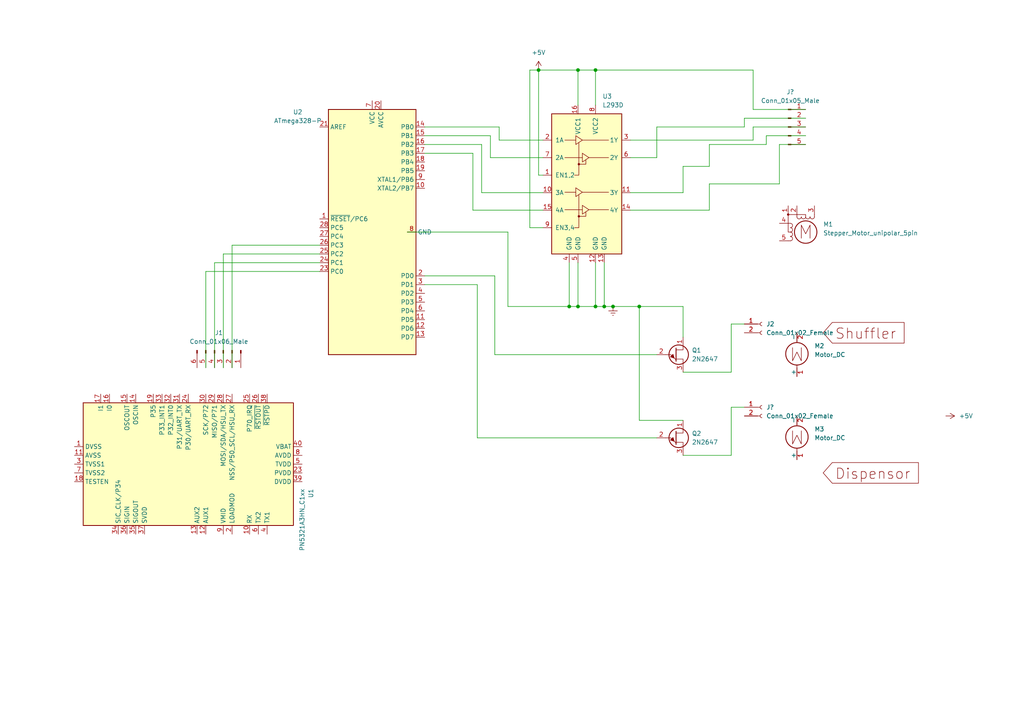
<source format=kicad_sch>
(kicad_sch (version 20211123) (generator eeschema)
  (paper "A4")
  (lib_symbols
    (symbol "Connector:Conn_01x02_Female" (pin_names (offset 1.016) hide)
      (property "Reference" "J" (at 0 2.54 0))
      (property "Value" "Conn_01x02_Female" (at 0 -5.08 0))
      (symbol "Conn_01x02_Female_1_1"
        (arc (start 0 -2.032) (mid -0.508 -2.54) (end 0 -3.048) (stroke (width 0.1524)))
        (polyline (pts (xy -1.27 -2.54) (xy -0.508 -2.54)) (stroke (width 0.1524)))
        (polyline (pts (xy -1.27 0) (xy -0.508 0)) (stroke (width 0.1524)))
        (arc (start 0 0.508) (mid -0.508 0) (end 0 -0.508) (stroke (width 0.1524)))
        (pin passive line (at -5.08 0 0) (length 3.81) (name "Pin_1") (number "1"))
        (pin passive line (at -5.08 -2.54 0) (length 3.81) (name "Pin_2") (number "2"))
      )
    )
    (symbol "Connector:Conn_01x05_Male" (pin_names (offset 1.016) hide)
      (property "Reference" "J" (at 0 7.62 0))
      (property "Value" "Conn_01x05_Male" (at 0 -7.62 0))
      (symbol "Conn_01x05_Male_1_1"
        (polyline (pts (xy 1.27 -5.08) (xy 0.8636 -5.08)) (stroke (width 0.1524)))
        (polyline (pts (xy 1.27 -2.54) (xy 0.8636 -2.54)) (stroke (width 0.1524)))
        (polyline (pts (xy 1.27 0) (xy 0.8636 0)) (stroke (width 0.1524)))
        (polyline (pts (xy 1.27 2.54) (xy 0.8636 2.54)) (stroke (width 0.1524)))
        (polyline (pts (xy 1.27 5.08) (xy 0.8636 5.08)) (stroke (width 0.1524)))
        (rectangle (start 0.8636 -4.953) (end 0 -5.207) (stroke (width 0.1524)) (fill (type outline)))
        (rectangle (start 0.8636 -2.413) (end 0 -2.667) (stroke (width 0.1524)) (fill (type outline)))
        (rectangle (start 0.8636 0.127) (end 0 -0.127) (stroke (width 0.1524)) (fill (type outline)))
        (rectangle (start 0.8636 2.667) (end 0 2.413) (stroke (width 0.1524)) (fill (type outline)))
        (rectangle (start 0.8636 5.207) (end 0 4.953) (stroke (width 0.1524)) (fill (type outline)))
        (pin passive line (at 5.08 5.08 180) (length 3.81) (name "Pin_1") (number "1"))
        (pin passive line (at 5.08 2.54 180) (length 3.81) (name "Pin_2") (number "2"))
        (pin passive line (at 5.08 0 180) (length 3.81) (name "Pin_3") (number "3"))
        (pin passive line (at 5.08 -2.54 180) (length 3.81) (name "Pin_4") (number "4"))
        (pin passive line (at 5.08 -5.08 180) (length 3.81) (name "Pin_5") (number "5"))
      )
    )
    (symbol "Connector:Conn_01x06_Male" (pin_names (offset 1.016) hide)
      (property "Reference" "J" (at 0 7.62 0))
      (property "Value" "Conn_01x06_Male" (at 0 -10.16 0))
      (symbol "Conn_01x06_Male_1_1"
        (polyline (pts (xy 1.27 -7.62) (xy 0.8636 -7.62)) (stroke (width 0.1524)))
        (polyline (pts (xy 1.27 -5.08) (xy 0.8636 -5.08)) (stroke (width 0.1524)))
        (polyline (pts (xy 1.27 -2.54) (xy 0.8636 -2.54)) (stroke (width 0.1524)))
        (polyline (pts (xy 1.27 0) (xy 0.8636 0)) (stroke (width 0.1524)))
        (polyline (pts (xy 1.27 2.54) (xy 0.8636 2.54)) (stroke (width 0.1524)))
        (polyline (pts (xy 1.27 5.08) (xy 0.8636 5.08)) (stroke (width 0.1524)))
        (rectangle (start 0.8636 -7.493) (end 0 -7.747) (stroke (width 0.1524)) (fill (type outline)))
        (rectangle (start 0.8636 -4.953) (end 0 -5.207) (stroke (width 0.1524)) (fill (type outline)))
        (rectangle (start 0.8636 -2.413) (end 0 -2.667) (stroke (width 0.1524)) (fill (type outline)))
        (rectangle (start 0.8636 0.127) (end 0 -0.127) (stroke (width 0.1524)) (fill (type outline)))
        (rectangle (start 0.8636 2.667) (end 0 2.413) (stroke (width 0.1524)) (fill (type outline)))
        (rectangle (start 0.8636 5.207) (end 0 4.953) (stroke (width 0.1524)) (fill (type outline)))
        (pin passive line (at 5.08 5.08 180) (length 3.81) (name "Pin_1") (number "1"))
        (pin passive line (at 5.08 2.54 180) (length 3.81) (name "Pin_2") (number "2"))
        (pin passive line (at 5.08 0 180) (length 3.81) (name "Pin_3") (number "3"))
        (pin passive line (at 5.08 -2.54 180) (length 3.81) (name "Pin_4") (number "4"))
        (pin passive line (at 5.08 -5.08 180) (length 3.81) (name "Pin_5") (number "5"))
        (pin passive line (at 5.08 -7.62 180) (length 3.81) (name "Pin_6") (number "6"))
      )
    )
    (symbol "Driver_Motor:L293D" (pin_names (offset 1.016))
      (property "Reference" "U" (at -5.08 26.035 0))
      (property "Value" "L293D" (at -5.08 24.13 0))
      (symbol "L293D_0_1"
        (rectangle (start -10.16 22.86) (end 10.16 -17.78) (stroke (width 0.254)) (fill (type background)))
        (circle (center -2.286 -6.858) (radius 0.254) (fill (type outline)))
        (circle (center -2.286 8.255) (radius 0.254) (fill (type outline)))
        (polyline (pts (xy -6.35 -4.953) (xy -1.27 -4.953)))
        (polyline (pts (xy -6.35 0.127) (xy -3.175 0.127)))
        (polyline (pts (xy -6.35 10.16) (xy -1.27 10.16)))
        (polyline (pts (xy -6.35 15.24) (xy -3.175 15.24)))
        (polyline (pts (xy -1.27 0.127) (xy 6.35 0.127)))
        (polyline (pts (xy -1.27 15.24) (xy 6.35 15.24)))
        (polyline (pts (xy 0.635 -4.953) (xy 6.35 -4.953)))
        (polyline (pts (xy 0.635 10.16) (xy 6.35 10.16)))
        (polyline (pts (xy -2.286 -6.858) (xy -0.254 -6.858) (xy -0.254 -5.588)))
        (polyline (pts (xy -2.286 -0.635) (xy -2.286 -10.16) (xy -3.556 -10.16)))
        (polyline (pts (xy -2.286 8.255) (xy -0.254 8.255) (xy -0.254 9.525)))
        (polyline (pts (xy -2.286 14.478) (xy -2.286 5.08) (xy -3.556 5.08)))
        (polyline (pts (xy -3.175 1.397) (xy -3.175 -1.143) (xy -1.27 0.127) (xy -3.175 1.397)))
        (polyline (pts (xy -3.175 16.51) (xy -3.175 13.97) (xy -1.27 15.24) (xy -3.175 16.51)))
        (polyline (pts (xy -1.27 -3.683) (xy -1.27 -6.223) (xy 0.635 -4.953) (xy -1.27 -3.683)))
        (polyline (pts (xy -1.27 11.43) (xy -1.27 8.89) (xy 0.635 10.16) (xy -1.27 11.43)))
      )
      (symbol "L293D_1_1"
        (pin input line (at -12.7 5.08 0) (length 2.54) (name "EN1,2") (number "1"))
        (pin input line (at -12.7 0 0) (length 2.54) (name "3A") (number "10"))
        (pin output line (at 12.7 0 180) (length 2.54) (name "3Y") (number "11"))
        (pin power_in line (at 2.54 -20.32 90) (length 2.54) (name "GND") (number "12"))
        (pin power_in line (at 5.08 -20.32 90) (length 2.54) (name "GND") (number "13"))
        (pin output line (at 12.7 -5.08 180) (length 2.54) (name "4Y") (number "14"))
        (pin input line (at -12.7 -5.08 0) (length 2.54) (name "4A") (number "15"))
        (pin power_in line (at -2.54 25.4 270) (length 2.54) (name "VCC1") (number "16"))
        (pin input line (at -12.7 15.24 0) (length 2.54) (name "1A") (number "2"))
        (pin output line (at 12.7 15.24 180) (length 2.54) (name "1Y") (number "3"))
        (pin power_in line (at -5.08 -20.32 90) (length 2.54) (name "GND") (number "4"))
        (pin power_in line (at -2.54 -20.32 90) (length 2.54) (name "GND") (number "5"))
        (pin output line (at 12.7 10.16 180) (length 2.54) (name "2Y") (number "6"))
        (pin input line (at -12.7 10.16 0) (length 2.54) (name "2A") (number "7"))
        (pin power_in line (at 2.54 25.4 270) (length 2.54) (name "VCC2") (number "8"))
        (pin input line (at -12.7 -10.16 0) (length 2.54) (name "EN3,4") (number "9"))
      )
    )
    (symbol "MCU_Microchip_ATmega:ATmega328-P"
      (property "Reference" "U?" (at -21.59 34.8107 0))
      (property "Value" "ATmega328-P" (at -21.59 32.2707 0))
      (symbol "ATmega328-P_0_1"
        (rectangle (start -12.7 -35.56) (end 12.7 35.56) (stroke (width 0.254)) (fill (type background)))
      )
      (symbol "ATmega328-P_1_1"
        (pin bidirectional line (at -15.24 3.81 0) (length 2.54) (name "~{RESET}/PC6") (number "1"))
        (pin bidirectional line (at 15.24 12.7 180) (length 2.54) (name "XTAL2/PB7") (number "10"))
        (pin bidirectional line (at 15.24 -25.4 180) (length 2.54) (name "PD5") (number "11"))
        (pin bidirectional line (at 15.24 -27.94 180) (length 2.54) (name "PD6") (number "12"))
        (pin bidirectional line (at 15.24 -30.48 180) (length 2.54) (name "PD7") (number "13"))
        (pin bidirectional line (at 15.24 30.48 180) (length 2.54) (name "PB0") (number "14"))
        (pin bidirectional line (at 15.24 27.94 180) (length 2.54) (name "PB1") (number "15"))
        (pin bidirectional line (at 15.24 25.4 180) (length 2.54) (name "PB2") (number "16"))
        (pin bidirectional line (at 15.24 22.86 180) (length 2.54) (name "PB3") (number "17"))
        (pin bidirectional line (at 15.24 20.32 180) (length 2.54) (name "PB4") (number "18"))
        (pin bidirectional line (at 15.24 17.78 180) (length 2.54) (name "PB5") (number "19"))
        (pin bidirectional line (at 15.24 -12.7 180) (length 2.54) (name "PD0") (number "2"))
        (pin power_in line (at 2.54 38.1 270) (length 2.54) (name "AVCC") (number "20"))
        (pin passive line (at -15.24 30.48 0) (length 2.54) (name "AREF") (number "21"))
        (pin passive line (at 12.7 2.54 180) (length 2.54) hide (name "GND") (number "22"))
        (pin bidirectional line (at -15.24 -11.43 0) (length 2.54) (name "PC0") (number "23"))
        (pin bidirectional line (at -15.24 -8.89 0) (length 2.54) (name "PC1") (number "24"))
        (pin bidirectional line (at -15.24 -6.35 0) (length 2.54) (name "PC2") (number "25"))
        (pin bidirectional line (at -15.24 -3.81 0) (length 2.54) (name "PC3") (number "26"))
        (pin bidirectional line (at -15.24 -1.27 0) (length 2.54) (name "PC4") (number "27"))
        (pin bidirectional line (at -15.24 1.27 0) (length 2.54) (name "PC5") (number "28"))
        (pin bidirectional line (at 15.24 -15.24 180) (length 2.54) (name "PD1") (number "3"))
        (pin bidirectional line (at 15.24 -17.78 180) (length 2.54) (name "PD2") (number "4"))
        (pin bidirectional line (at 15.24 -20.32 180) (length 2.54) (name "PD3") (number "5"))
        (pin bidirectional line (at 15.24 -22.86 180) (length 2.54) (name "PD4") (number "6"))
        (pin power_in line (at 0 38.1 270) (length 2.54) (name "VCC") (number "7"))
        (pin power_in line (at 10.16 0 0) (length 2.54) (name "GND") (number "8"))
        (pin bidirectional line (at 15.24 15.24 180) (length 2.54) (name "XTAL1/PB6") (number "9"))
      )
    )
    (symbol "Motor:Motor_DC" (pin_names (offset 0))
      (property "Reference" "M" (at 2.54 2.54 0))
      (property "Value" "Motor_DC" (at 2.54 -5.08 0))
      (symbol "Motor_DC_0_0"
        (polyline (pts (xy -1.27 -3.302) (xy -1.27 0.508) (xy 0 -2.032) (xy 1.27 0.508) (xy 1.27 -3.302)))
      )
      (symbol "Motor_DC_0_1"
        (circle (center 0 -1.524) (radius 3.2512) (stroke (width 0.254)))
        (polyline (pts (xy 0 -7.62) (xy 0 -7.112)))
        (polyline (pts (xy 0 -4.7752) (xy 0 -5.1816)))
        (polyline (pts (xy 0 1.7272) (xy 0 2.0828)))
        (polyline (pts (xy 0 2.032) (xy 0 2.54)))
      )
      (symbol "Motor_DC_1_1"
        (pin passive line (at 0 5.08 270) (length 2.54) (name "+") (number "1"))
        (pin passive line (at 0 -7.62 90) (length 2.54) (name "-") (number "2"))
      )
    )
    (symbol "Motor:Stepper_Motor_unipolar_5pin" (pin_names (offset 0) hide)
      (property "Reference" "M" (at 3.81 2.54 0))
      (property "Value" "Stepper_Motor_unipolar_5pin" (at 3.81 1.27 0))
      (symbol "Stepper_Motor_unipolar_5pin_0_0"
        (polyline (pts (xy -1.27 -1.778) (xy -1.27 2.032) (xy 0 -0.508) (xy 1.27 2.032) (xy 1.27 -1.778)))
      )
      (symbol "Stepper_Motor_unipolar_5pin_0_1"
        (circle (center -5.08 5.08) (radius 0.0001) (fill (type outline)))
        (circle (center -5.08 5.08) (radius 0.254) (fill (type outline)))
        (arc (start -4.445 -2.54) (mid -3.81 -1.905) (end -4.445 -1.27))
        (arc (start -4.445 -1.27) (mid -3.81 -0.635) (end -4.445 0))
        (arc (start -4.445 0) (mid -3.81 0.635) (end -4.445 1.27))
        (arc (start -4.445 1.27) (mid -3.81 1.905) (end -4.445 2.54))
        (arc (start -2.54 4.445) (mid -1.905 3.81) (end -1.27 4.445))
        (arc (start -1.27 4.445) (mid -0.635 3.81) (end 0 4.445))
        (polyline (pts (xy -5.08 -2.54) (xy -4.445 -2.54)))
        (polyline (pts (xy -5.08 2.54) (xy -4.445 2.54)))
        (polyline (pts (xy -2.54 4.445) (xy -2.54 5.08)))
        (polyline (pts (xy 2.54 4.445) (xy 2.54 5.08)))
        (polyline (pts (xy -5.08 5.08) (xy -5.08 0) (xy -4.445 0)))
        (polyline (pts (xy 0 4.445) (xy 0 5.08) (xy -5.08 5.08)))
        (circle (center 0 0) (radius 3.2512) (stroke (width 0.254)))
        (arc (start 0 4.445) (mid 0.635 3.81) (end 1.27 4.445))
        (arc (start 1.27 4.445) (mid 1.905 3.81) (end 2.54 4.445))
      )
      (symbol "Stepper_Motor_unipolar_5pin_1_1"
        (pin passive line (at -5.08 7.62 270) (length 2.54) (name "~") (number "1"))
        (pin passive line (at -2.54 7.62 270) (length 2.54) (name "~") (number "2"))
        (pin passive line (at 2.54 7.62 270) (length 2.54) (name "-") (number "3"))
        (pin passive line (at -7.62 2.54 0) (length 2.54) (name "~") (number "4"))
        (pin passive line (at -7.62 -2.54 0) (length 2.54) (name "~") (number "5"))
      )
    )
    (symbol "RF_NFC:PN5321A3HN_C1xx"
      (property "Reference" "U" (at -15.24 31.75 0))
      (property "Value" "PN5321A3HN_C1xx" (at 15.24 31.75 0))
      (symbol "PN5321A3HN_C1xx_0_1"
        (rectangle (start -17.78 30.48) (end 17.78 -30.48) (stroke (width 0.254)) (fill (type background)))
      )
      (symbol "PN5321A3HN_C1xx_1_1"
        (pin power_in line (at -5.08 -33.02 90) (length 2.54) (name "DVSS") (number "1"))
        (pin input line (at 20.32 17.78 180) (length 2.54) (name "RX") (number "10"))
        (pin power_in line (at -2.54 -33.02 90) (length 2.54) (name "AVSS") (number "11"))
        (pin output line (at 20.32 5.08 180) (length 2.54) (name "AUX1") (number "12"))
        (pin output line (at 20.32 2.54 180) (length 2.54) (name "AUX2") (number "13"))
        (pin input line (at -20.32 -15.24 0) (length 2.54) (name "OSCIN") (number "14"))
        (pin output line (at -20.32 -17.78 0) (length 2.54) (name "OSCOUT") (number "15"))
        (pin passive line (at -20.32 -22.86 0) (length 2.54) (name "I0") (number "16"))
        (pin passive line (at -20.32 -25.4 0) (length 2.54) (name "I1") (number "17"))
        (pin passive line (at 5.08 -33.02 90) (length 2.54) (name "TESTEN") (number "18"))
        (pin bidirectional line (at -20.32 -10.16 0) (length 2.54) (name "P35") (number "19"))
        (pin output line (at 20.32 12.7 180) (length 2.54) (name "LOADMOD") (number "2"))
        (pin no_connect line (at 17.78 -2.54 180) (length 2.54) hide (name "N.C.") (number "20"))
        (pin no_connect line (at 17.78 -5.08 180) (length 2.54) hide (name "N.C.") (number "21"))
        (pin no_connect line (at 17.78 -7.62 180) (length 2.54) hide (name "N.C.") (number "22"))
        (pin power_in line (at 2.54 33.02 270) (length 2.54) (name "PVDD") (number "23"))
        (pin bidirectional line (at -20.32 0 0) (length 2.54) (name "P30/UART_RX") (number "24"))
        (pin bidirectional line (at -20.32 17.78 0) (length 2.54) (name "P70_IRQ") (number "25"))
        (pin output line (at -20.32 20.32 0) (length 2.54) (name "~{RSTOUT}") (number "26"))
        (pin bidirectional line (at -20.32 12.7 0) (length 2.54) (name "NSS/P50_SCL/HSU_RX") (number "27"))
        (pin bidirectional line (at -20.32 10.16 0) (length 2.54) (name "MOSI/SDA/HSU_TX") (number "28"))
        (pin bidirectional line (at -20.32 7.62 0) (length 2.54) (name "MISO/P71") (number "29"))
        (pin power_in line (at 0 -33.02 90) (length 2.54) (name "TVSS1") (number "3"))
        (pin bidirectional line (at -20.32 5.08 0) (length 2.54) (name "SCK/P72") (number "30"))
        (pin bidirectional line (at -20.32 -2.54 0) (length 2.54) (name "P31/UART_TX") (number "31"))
        (pin bidirectional line (at -20.32 -5.08 0) (length 2.54) (name "P32_INT0") (number "32"))
        (pin bidirectional line (at -20.32 -7.62 0) (length 2.54) (name "P33_INT1") (number "33"))
        (pin bidirectional line (at 20.32 -20.32 180) (length 2.54) (name "SIC_CLK/P34") (number "34"))
        (pin output line (at 20.32 -15.24 180) (length 2.54) (name "SIGOUT") (number "35"))
        (pin input line (at 20.32 -17.78 180) (length 2.54) (name "SIGIN") (number "36"))
        (pin output line (at 20.32 -12.7 180) (length 2.54) (name "SVDD") (number "37"))
        (pin input line (at -20.32 22.86 0) (length 2.54) (name "~{RSTPD}") (number "38"))
        (pin power_out line (at 5.08 33.02 270) (length 2.54) (name "DVDD") (number "39"))
        (pin output line (at 20.32 22.86 180) (length 2.54) (name "TX1") (number "4"))
        (pin power_in line (at -5.08 33.02 270) (length 2.54) (name "VBAT") (number "40"))
        (pin passive line (at -2.54 -33.02 90) (length 2.54) hide (name "AVSS") (number "41"))
        (pin power_in line (at 0 33.02 270) (length 2.54) (name "TVDD") (number "5"))
        (pin output line (at 20.32 20.32 180) (length 2.54) (name "TX2") (number "6"))
        (pin power_in line (at 2.54 -33.02 90) (length 2.54) (name "TVSS2") (number "7"))
        (pin power_in line (at -2.54 33.02 270) (length 2.54) (name "AVDD") (number "8"))
        (pin output line (at 20.32 10.16 180) (length 2.54) (name "VMID") (number "9"))
      )
    )
    (symbol "Transistor_BJT:2N2647" (pin_names (offset 0) hide)
      (property "Reference" "Q" (at 5.08 1.905 0))
      (property "Value" "2N2647" (at 5.08 0 0))
      (symbol "2N2647_0_1"
        (polyline (pts (xy -2.54 0) (xy -1.016 0) (xy 0.508 -1.524)))
        (polyline (pts (xy 0.508 1.905) (xy 0.508 -1.905) (xy 0.508 -1.905)) (stroke (width 0.254)))
        (polyline (pts (xy 2.54 -2.54) (xy 2.54 -1.27) (xy 0.508 -1.27)))
        (polyline (pts (xy 2.54 2.54) (xy 2.54 1.397) (xy 0.508 1.397)))
        (polyline (pts (xy 0 -1.016) (xy -0.381 0.127) (xy -1.143 -0.635) (xy 0 -1.016)) (fill (type outline)))
        (circle (center 1.27 0) (radius 2.8194) (stroke (width 0.254)))
      )
      (symbol "2N2647_1_1"
        (pin passive line (at 2.54 5.08 270) (length 2.54) (name "B2") (number "1"))
        (pin input line (at -5.08 0 0) (length 2.54) (name "E") (number "2"))
        (pin passive line (at 2.54 -5.08 90) (length 2.54) (name "B1") (number "3"))
      )
    )
    (symbol "power:+5V" (power) (pin_names (offset 0))
      (property "Value" "+5V" (at 0 3.556 0))
      (symbol "+5V_0_1"
        (polyline (pts (xy -0.762 1.27) (xy 0 2.54)))
        (polyline (pts (xy 0 0) (xy 0 2.54)))
        (polyline (pts (xy 0 2.54) (xy 0.762 1.27)))
      )
      (symbol "+5V_1_1"
        (pin power_in line (at 0 0 90) (length 0) hide (name "+5V") (number "1"))
      )
    )
    (symbol "power:Earth" (power) (pin_names (offset 0))
      (symbol "Earth_0_1"
        (polyline (pts (xy -0.635 -1.905) (xy 0.635 -1.905)))
        (polyline (pts (xy -0.127 -2.54) (xy 0.127 -2.54)))
        (polyline (pts (xy 0 -1.27) (xy 0 0)))
        (polyline (pts (xy 1.27 -1.27) (xy -1.27 -1.27)))
      )
      (symbol "Earth_1_1"
        (pin power_in line (at 0 0 270) (length 0) hide (name "Earth") (number "1"))
      )
    )
  )
  (junction (at 172.72 20.32))
  (junction (at 185.42 88.9))
  (junction (at 175.26 88.9))
  (junction (at 167.64 88.9))
  (junction (at 177.8 88.9))
  (junction (at 172.72 88.9))
  (junction (at 167.64 20.32))
  (junction (at 156.21 20.32))
  (junction (at 165.1 88.9))
  (wire (pts (xy 144.78 40.64) (xy 157.48 40.64)))
  (wire (pts (xy 212.09 107.95) (xy 198.12 107.95)))
  (wire (pts (xy 175.26 76.2) (xy 175.26 88.9)))
  (wire (pts (xy 144.78 36.83) (xy 144.78 40.64)))
  (wire (pts (xy 123.19 39.37) (xy 142.24 39.37)))
  (wire (pts (xy 205.74 53.34) (xy 226.06 53.34)))
  (wire (pts (xy 190.5 45.72) (xy 190.5 36.83)))
  (wire (pts (xy 226.06 41.91) (xy 233.68 41.91)))
  (wire (pts (xy 123.19 36.83) (xy 144.78 36.83)))
  (wire (pts (xy 212.09 118.11) (xy 212.09 132.08)))
  (wire (pts (xy 123.19 41.91) (xy 139.7 41.91)))
  (wire (pts (xy 143.51 80.01) (xy 143.51 102.87)))
  (wire (pts (xy 172.72 30.48) (xy 172.72 20.32)))
  (wire (pts (xy 182.88 60.96) (xy 205.74 60.96)))
  (wire (pts (xy 147.32 88.9) (xy 165.1 88.9)))
  (wire (pts (xy 147.32 67.31) (xy 147.32 88.9)))
  (wire (pts (xy 64.77 73.66) (xy 64.77 106.68)))
  (wire (pts (xy 67.31 71.12) (xy 67.31 106.68)))
  (wire (pts (xy 64.77 73.66) (xy 92.71 73.66)))
  (wire (pts (xy 172.72 20.32) (xy 167.64 20.32)))
  (wire (pts (xy 138.43 127) (xy 190.5 127)))
  (wire (pts (xy 153.67 66.04) (xy 153.67 20.32)))
  (wire (pts (xy 198.12 121.92) (xy 185.42 121.92)))
  (wire (pts (xy 215.9 36.83) (xy 215.9 34.29)))
  (wire (pts (xy 205.74 48.26) (xy 205.74 41.91)))
  (wire (pts (xy 142.24 45.72) (xy 157.48 45.72)))
  (wire (pts (xy 157.48 50.8) (xy 156.21 50.8)))
  (wire (pts (xy 167.64 88.9) (xy 172.72 88.9)))
  (wire (pts (xy 142.24 39.37) (xy 142.24 45.72)))
  (wire (pts (xy 143.51 102.87) (xy 190.5 102.87)))
  (wire (pts (xy 205.74 41.91) (xy 222.25 41.91)))
  (wire (pts (xy 62.23 76.2) (xy 62.23 106.68)))
  (wire (pts (xy 139.7 55.88) (xy 157.48 55.88)))
  (wire (pts (xy 167.64 30.48) (xy 167.64 20.32)))
  (wire (pts (xy 226.06 53.34) (xy 226.06 41.91)))
  (wire (pts (xy 67.31 71.12) (xy 92.71 71.12)))
  (wire (pts (xy 222.25 39.37) (xy 233.68 39.37)))
  (wire (pts (xy 185.42 121.92) (xy 185.42 88.9)))
  (wire (pts (xy 138.43 82.55) (xy 138.43 127)))
  (wire (pts (xy 177.8 88.9) (xy 185.42 88.9)))
  (wire (pts (xy 59.69 78.74) (xy 92.71 78.74)))
  (wire (pts (xy 172.72 76.2) (xy 172.72 88.9)))
  (wire (pts (xy 123.19 80.01) (xy 143.51 80.01)))
  (wire (pts (xy 218.44 20.32) (xy 218.44 31.75)))
  (wire (pts (xy 212.09 118.11) (xy 215.9 118.11)))
  (wire (pts (xy 198.12 97.79) (xy 198.12 88.9)))
  (wire (pts (xy 123.19 44.45) (xy 137.16 44.45)))
  (wire (pts (xy 165.1 76.2) (xy 165.1 88.9)))
  (wire (pts (xy 172.72 20.32) (xy 218.44 20.32)))
  (wire (pts (xy 139.7 41.91) (xy 139.7 55.88)))
  (wire (pts (xy 222.25 41.91) (xy 222.25 39.37)))
  (wire (pts (xy 167.64 20.32) (xy 156.21 20.32)))
  (wire (pts (xy 167.64 76.2) (xy 167.64 88.9)))
  (wire (pts (xy 215.9 34.29) (xy 233.68 34.29)))
  (wire (pts (xy 156.21 50.8) (xy 156.21 20.32)))
  (wire (pts (xy 123.19 82.55) (xy 138.43 82.55)))
  (wire (pts (xy 182.88 45.72) (xy 190.5 45.72)))
  (wire (pts (xy 212.09 132.08) (xy 198.12 132.08)))
  (wire (pts (xy 190.5 36.83) (xy 215.9 36.83)))
  (wire (pts (xy 218.44 40.64) (xy 218.44 36.83)))
  (wire (pts (xy 182.88 55.88) (xy 198.12 55.88)))
  (wire (pts (xy 175.26 88.9) (xy 177.8 88.9)))
  (wire (pts (xy 182.88 40.64) (xy 218.44 40.64)))
  (wire (pts (xy 212.09 93.98) (xy 212.09 107.95)))
  (wire (pts (xy 62.23 76.2) (xy 92.71 76.2)))
  (wire (pts (xy 172.72 88.9) (xy 175.26 88.9)))
  (wire (pts (xy 157.48 66.04) (xy 153.67 66.04)))
  (wire (pts (xy 59.69 78.74) (xy 59.69 106.68)))
  (wire (pts (xy 153.67 20.32) (xy 156.21 20.32)))
  (wire (pts (xy 137.16 44.45) (xy 137.16 60.96)))
  (wire (pts (xy 118.11 67.31) (xy 147.32 67.31)))
  (wire (pts (xy 212.09 93.98) (xy 215.9 93.98)))
  (wire (pts (xy 198.12 48.26) (xy 205.74 48.26)))
  (wire (pts (xy 218.44 36.83) (xy 233.68 36.83)))
  (wire (pts (xy 218.44 31.75) (xy 233.68 31.75)))
  (wire (pts (xy 198.12 55.88) (xy 198.12 48.26)))
  (wire (pts (xy 185.42 88.9) (xy 198.12 88.9)))
  (wire (pts (xy 205.74 53.34) (xy 205.74 60.96)))
  (wire (pts (xy 165.1 88.9) (xy 167.64 88.9)))
  (wire (pts (xy 137.16 60.96) (xy 157.48 60.96)))
  (global_label "Shuffler" (shape input) (at 238.76 96.52 0) (effects (font (size 3 3))) (property "Intersheet References" "${INTERSHEET_REFS}" (effects hide)))
  (global_label "Dispensor" (shape input) (at 238.76 137.16 0) (effects (font (size 3 3))) (property "Intersheet References" "${INTERSHEET_REFS}" (effects hide)))
  (symbol (lib_id "power:+5V") (at 156.21 20.32 0) (unit 1)
    (property "Reference" "#PWR0103" (effects hide))
    (property "Value" "+5V" (at 156.21 15.24 0))
  )
  (symbol (lib_id "Motor:Stepper_Motor_unipolar_5pin") (at 233.68 67.31 0) (unit 1)
    (property "Reference" "M1" (at 238.76 65.062 0) (effects (justify left)))
    (property "Value" "Stepper_Motor_unipolar_5pin" (at 238.76 67.602 0) (effects (justify left)))
    (property "Datasheet" "http://www.infineon.com/dgdl/Application-Note-TLE8110EE_driving_UniPolarStepperMotor_V1.1.pdf?fileId=db3a30431be39b97011be5d0aa0a00b0" (effects hide))
  )
  (symbol (lib_id "power:Earth") (at 177.8 88.9 0) (unit 1)
    (property "Reference" "#PWR0102" (effects hide))
    (property "Value" "Earth" (effects hide))
  )
  (symbol (lib_id "Motor:Motor_DC") (at 231.14 128.27 180) (unit 1)
    (property "Reference" "M3" (at 236.22 124.4599 0) (effects (justify right)))
    (property "Value" "Motor_DC" (at 236.22 126.9999 0) (effects (justify right)))
  )
  (symbol (lib_id "Transistor_BJT:2N2647") (at 195.58 102.87 0) (unit 1)
    (property "Reference" "Q1" (at 200.66 101.5999 0) (effects (justify left)))
    (property "Value" "2N2647" (at 200.66 104.1399 0) (effects (justify left)))
    (property "Footprint" "Package_TO_SOT_THT:TO-18-3" (effects hide))
    (property "Datasheet" "http://www.bucek.name/pdf/2n2646,2647.pdf" (effects hide))
  )
  (symbol (lib_id "Transistor_BJT:2N2647") (at 195.58 127 0) (unit 1)
    (property "Reference" "Q2" (at 200.66 125.7299 0) (effects (justify left)))
    (property "Value" "2N2647" (at 200.66 128.2699 0) (effects (justify left)))
    (property "Footprint" "Package_TO_SOT_THT:TO-18-3" (effects hide))
    (property "Datasheet" "http://www.bucek.name/pdf/2n2646,2647.pdf" (effects hide))
  )
  (symbol (lib_id "Connector:Conn_01x02_Female") (at 220.98 93.98 0) (unit 1)
    (property "Reference" "J2" (at 222.25 93.9799 0) (effects (justify left)))
    (property "Value" "Conn_01x02_Female" (at 222.25 96.5199 0) (effects (justify left)))
  )
  (symbol (lib_id "MCU_Microchip_ATmega:ATmega328-P") (at 107.95 67.31 0) (unit 1)
    (property "Reference" "U2" (at 86.36 32.4993 0))
    (property "Value" "ATmega328-P" (at 86.36 35.0393 0))
    (property "Footprint" "Package_DIP:DIP-28_W7.62mm" (effects hide))
    (property "Datasheet" "http://ww1.microchip.com/downloads/en/DeviceDoc/ATmega328_P%20AVR%20MCU%20with%20picoPower%20Technology%20Data%20Sheet%2040001984A.pdf" (effects hide))
  )
  (symbol (lib_id "Driver_Motor:L293D") (at 170.18 55.88 0) (unit 1)
    (property "Reference" "U3" (at 174.7394 27.94 0) (effects (justify left)))
    (property "Value" "L293D" (at 174.7394 30.48 0) (effects (justify left)))
    (property "Footprint" "Package_DIP:DIP-16_W7.62mm" (effects hide))
    (property "Datasheet" "http://www.ti.com/lit/ds/symlink/l293.pdf" (effects hide))
  )
  (symbol (lib_id "Connector:Conn_01x06_Male") (at 64.77 101.6 270) (unit 1)
    (property "Reference" "J1" (at 63.5 96.52 90))
    (property "Value" "Conn_01x06_Male" (at 63.5 99.06 90))
  )
  (symbol (lib_id "Connector:Conn_01x02_Female") (at 220.98 118.11 0) (unit 1)
    (property "Reference" "J?" (at 222.25 118.1099 0) (effects (justify left)))
    (property "Value" "Conn_01x02_Female" (at 222.25 120.6499 0) (effects (justify left)))
  )
  (symbol (lib_id "Connector:Conn_01x05_Male") (at 228.6 36.83 0) (unit 1)
    (property "Reference" "J?" (at 229.235 26.67 0))
    (property "Value" "Conn_01x05_Male" (at 229.235 29.21 0))
  )
  (symbol (lib_id "power:+5V") (at 274.32 120.65 270) (unit 1)
    (property "Reference" "#PWR0101" (effects hide))
    (property "Value" "+5V" (at 278.13 120.6499 90) (effects (justify left)))
  )
  (symbol (lib_id "RF_NFC:PN5321A3HN_C1xx") (at 54.61 134.62 270) (unit 1)
    (property "Reference" "U1" (at 90.17 141.7194 0) (effects (justify left)))
    (property "Value" "PN5321A3HN_C1xx" (at 87.63 141.7194 0) (effects (justify left)))
    (property "Footprint" "Package_DFN_QFN:HVQFN-40-1EP_6x6mm_P0.5mm_EP4.1x4.1mm" (effects hide))
    (property "Datasheet" "https://www.nxp.com/docs/en/nxp/data-sheets/PN532_C1.pdf" (effects hide))
  )
  (symbol (lib_id "Motor:Motor_DC") (at 231.14 104.14 180) (unit 1)
    (property "Reference" "M2" (at 236.22 100.3299 0) (effects (justify right)))
    (property "Value" "Motor_DC" (at 236.22 102.8699 0) (effects (justify right)))
  )
)
</source>
